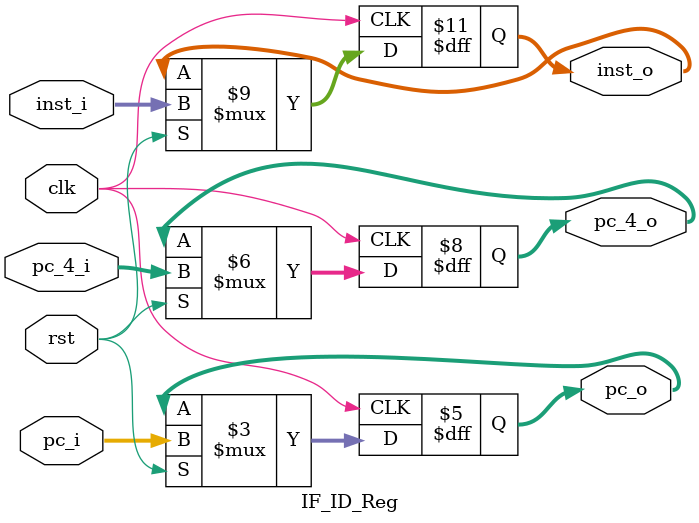
<source format=v>
module IF_ID_Reg (
    input wire clk,
    input wire rst,
    input wire [31:0] pc_i,
    input wire [31:0] pc_4_i,
    input wire [31:0] inst_i,
    output reg [31:0] pc_o,
    output reg [31:0] pc_4_o,
    output reg [31:0] inst_o
);
    // TODO:
    // Besides the IF/ID stage register provided in the template file,
    // you will also need to create other stage registers such as ID/EX, EX/MEM, MEM/WB, etc.

    // Hint:
    // There are two approaches to implement the stage registers:
    // 1. Use a generic Pipeline Register module to instantiate the registers for each stage,
    //    where each Pipeline Register handles only one type of data. This approach is modular,
    //    making it easy to modify later.
    // 2. Directly specialize the Pipeline Register into distinct modules for each stage,
    //    which makes the design more intuitive and easier to understand.
    // Choose the design approach that best suits your needs.

    always @(posedge clk, negedge rst) begin
        if(~rst) begin
            pc_o <= pc_o;
            pc_4_o <= pc_4_o;
            inst_o <= inst_o;
        end
        else begin
            inst_o <= inst_i;
            pc_o <= pc_i;
            pc_4_o <= pc_4_i;
        end
    end



endmodule

</source>
